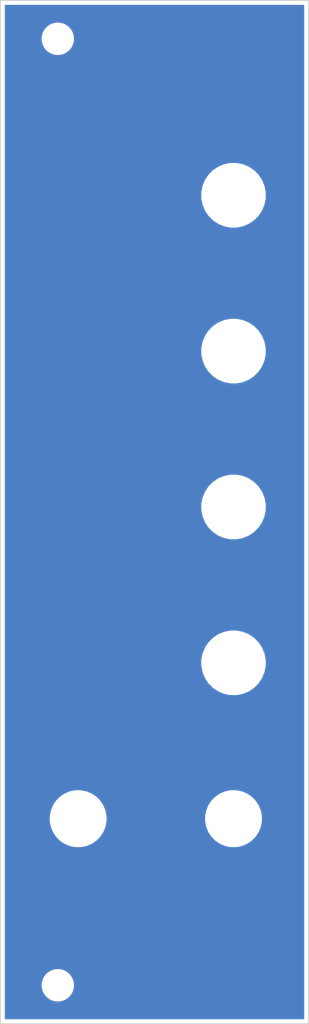
<source format=kicad_pcb>
(kicad_pcb (version 20171130) (host pcbnew 5.1.6-c6e7f7d~86~ubuntu20.04.1)

  (general
    (thickness 1.6)
    (drawings 12)
    (tracks 0)
    (zones 0)
    (modules 8)
    (nets 1)
  )

  (page A4)
  (title_block
    (title Wavefolder)
    (date 2020-02-15)
    (rev R01)
    (comment 1 "Original design by Yves Usson")
    (comment 2 "PCB for panel")
    (comment 4 "License CC BY 4.0 - Attribution 4.0 International")
  )

  (layers
    (0 F.Cu signal)
    (31 B.Cu signal)
    (32 B.Adhes user)
    (33 F.Adhes user)
    (34 B.Paste user)
    (35 F.Paste user)
    (36 B.SilkS user)
    (37 F.SilkS user)
    (38 B.Mask user)
    (39 F.Mask user)
    (40 Dwgs.User user)
    (41 Cmts.User user)
    (42 Eco1.User user)
    (43 Eco2.User user)
    (44 Edge.Cuts user)
    (45 Margin user)
    (46 B.CrtYd user)
    (47 F.CrtYd user)
    (48 B.Fab user)
    (49 F.Fab user)
  )

  (setup
    (last_trace_width 0.25)
    (trace_clearance 0.2)
    (zone_clearance 0.508)
    (zone_45_only no)
    (trace_min 0.2)
    (via_size 0.8)
    (via_drill 0.4)
    (via_min_size 0.4)
    (via_min_drill 0.3)
    (uvia_size 0.3)
    (uvia_drill 0.1)
    (uvias_allowed no)
    (uvia_min_size 0.2)
    (uvia_min_drill 0.1)
    (edge_width 0.05)
    (segment_width 0.2)
    (pcb_text_width 0.3)
    (pcb_text_size 1.5 1.5)
    (mod_edge_width 0.12)
    (mod_text_size 1 1)
    (mod_text_width 0.15)
    (pad_size 3.2 3.2)
    (pad_drill 3.2)
    (pad_to_mask_clearance 0.051)
    (solder_mask_min_width 0.25)
    (aux_axis_origin 0 0)
    (visible_elements FFFFFF7F)
    (pcbplotparams
      (layerselection 0x010fc_ffffffff)
      (usegerberextensions false)
      (usegerberattributes false)
      (usegerberadvancedattributes false)
      (creategerberjobfile false)
      (excludeedgelayer true)
      (linewidth 0.100000)
      (plotframeref false)
      (viasonmask false)
      (mode 1)
      (useauxorigin false)
      (hpglpennumber 1)
      (hpglpenspeed 20)
      (hpglpendiameter 15.000000)
      (psnegative false)
      (psa4output false)
      (plotreference true)
      (plotvalue true)
      (plotinvisibletext false)
      (padsonsilk false)
      (subtractmaskfromsilk false)
      (outputformat 1)
      (mirror false)
      (drillshape 0)
      (scaleselection 1)
      (outputdirectory "gerbers"))
  )

  (net 0 "")

  (net_class Default "This is the default net class."
    (clearance 0.2)
    (trace_width 0.25)
    (via_dia 0.8)
    (via_drill 0.4)
    (uvia_dia 0.3)
    (uvia_drill 0.1)
  )

  (module elektrophon:panel_potentiometer (layer F.Cu) (tedit 5EE650CE) (tstamp 5D74AE4D)
    (at 55.88 50.8)
    (descr "Mounting Hole 8.4mm, no annular, M8")
    (tags "mounting hole 8.4mm no annular m8")
    (path /5D743CB7)
    (attr virtual)
    (fp_text reference H10 (at 0 -9.4) (layer F.SilkS) hide
      (effects (font (size 1 1) (thickness 0.15)))
    )
    (fp_text value shape (at 0 9.144) (layer F.Mask) hide
      (effects (font (size 2 1.4) (thickness 0.25)))
    )
    (fp_text user %R (at 0.3 0) (layer F.Fab) hide
      (effects (font (size 1 1) (thickness 0.15)))
    )
    (fp_circle (center 0 0) (end 6.35 0) (layer Cmts.User) (width 0.15))
    (fp_circle (center 0 0) (end 6.6 0) (layer F.CrtYd) (width 0.05))
    (pad "" np_thru_hole circle (at 0 0) (size 7.4 7.4) (drill 7.4) (layers *.Cu *.Mask))
    (model ${KIPRJMOD}/../../../lib/kicad/models/ALPHA-RD901F-40.step
      (offset (xyz 0 0.5 -12))
      (scale (xyz 1 1 1))
      (rotate (xyz 0 0 0))
    )
  )

  (module MountingHole:MountingHole_3.2mm_M3 (layer F.Cu) (tedit 56D1B4CB) (tstamp 5D74B485)
    (at 32.9 30.4)
    (descr "Mounting Hole 3.2mm, no annular, M3")
    (tags "mounting hole 3.2mm no annular m3")
    (path /5D74E4E8)
    (attr virtual)
    (fp_text reference H17 (at 0 -4.2) (layer F.SilkS) hide
      (effects (font (size 1 1) (thickness 0.15)))
    )
    (fp_text value MountingHole (at 0 4.2) (layer F.Fab) hide
      (effects (font (size 1 1) (thickness 0.15)))
    )
    (fp_text user %R (at 0.3 0) (layer F.Fab) hide
      (effects (font (size 1 1) (thickness 0.15)))
    )
    (fp_circle (center 0 0) (end 3.2 0) (layer Cmts.User) (width 0.15))
    (fp_circle (center 0 0) (end 3.45 0) (layer F.CrtYd) (width 0.05))
    (pad 1 np_thru_hole circle (at 0 0) (size 3.2 3.2) (drill 3.2) (layers *.Cu *.Mask))
  )

  (module MountingHole:MountingHole_3.2mm_M3 (layer F.Cu) (tedit 56D1B4CB) (tstamp 5D74B47D)
    (at 32.9 153.8)
    (descr "Mounting Hole 3.2mm, no annular, M3")
    (tags "mounting hole 3.2mm no annular m3")
    (path /5D74E339)
    (attr virtual)
    (fp_text reference H16 (at 0 -4.2) (layer F.SilkS) hide
      (effects (font (size 1 1) (thickness 0.15)))
    )
    (fp_text value MountingHole (at 0 4.2) (layer F.Fab) hide
      (effects (font (size 1 1) (thickness 0.15)))
    )
    (fp_text user %R (at 0.3 0) (layer F.Fab) hide
      (effects (font (size 1 1) (thickness 0.15)))
    )
    (fp_circle (center 0 0) (end 3.2 0) (layer Cmts.User) (width 0.15))
    (fp_circle (center 0 0) (end 3.45 0) (layer F.CrtYd) (width 0.05))
    (pad 1 np_thru_hole circle (at 0 0) (size 3.2 3.2) (drill 3.2) (layers *.Cu *.Mask))
  )

  (module elektrophon:panel_jack (layer F.Cu) (tedit 5DA46DDA) (tstamp 5D74AE6D)
    (at 55.88 132.08)
    (descr "Mounting Hole 8.4mm, no annular, M8")
    (tags "mounting hole 8.4mm no annular m8")
    (path /5D745729)
    (attr virtual)
    (fp_text reference H14 (at 0 -9.4) (layer F.SilkS) hide
      (effects (font (size 1 1) (thickness 0.15)))
    )
    (fp_text value OUT (at 0 9.144) (layer F.Mask) hide
      (effects (font (size 2 1.4) (thickness 0.25)))
    )
    (fp_text user %R (at 0.3 0) (layer F.Fab) hide
      (effects (font (size 1 1) (thickness 0.15)))
    )
    (fp_circle (center 0 0) (end 4 0) (layer Cmts.User) (width 0.15))
    (fp_circle (center 0 0) (end 4.2 0) (layer F.CrtYd) (width 0.05))
    (pad "" np_thru_hole circle (at 0 0) (size 6.4 6.4) (drill 6.4) (layers *.Cu *.Mask))
    (model "${KIPRJMOD}/../../../lib/kicad/models/PJ301M-12 Thonkiconn v0.2.stp"
      (offset (xyz 0 0.8 -10.5))
      (scale (xyz 1 1 1))
      (rotate (xyz 0 0 0))
    )
  )

  (module elektrophon:panel_potentiometer (layer F.Cu) (tedit 5EE650CE) (tstamp 5D74AE65)
    (at 55.88 111.76)
    (descr "Mounting Hole 8.4mm, no annular, M8")
    (tags "mounting hole 8.4mm no annular m8")
    (path /5D744E11)
    (attr virtual)
    (fp_text reference H13 (at 0 -9.4) (layer F.SilkS) hide
      (effects (font (size 1 1) (thickness 0.15)))
    )
    (fp_text value control (at 0 9.144) (layer F.Mask) hide
      (effects (font (size 2 1.4) (thickness 0.25)))
    )
    (fp_text user %R (at 0.3 0) (layer F.Fab) hide
      (effects (font (size 1 1) (thickness 0.15)))
    )
    (fp_circle (center 0 0) (end 6.35 0) (layer Cmts.User) (width 0.15))
    (fp_circle (center 0 0) (end 6.6 0) (layer F.CrtYd) (width 0.05))
    (pad "" np_thru_hole circle (at 0 0) (size 7.4 7.4) (drill 7.4) (layers *.Cu *.Mask))
    (model ${KIPRJMOD}/../../../lib/kicad/models/ALPHA-RD901F-40.step
      (offset (xyz 0 0.5 -12))
      (scale (xyz 1 1 1))
      (rotate (xyz 0 0 0))
    )
  )

  (module elektrophon:panel_potentiometer (layer F.Cu) (tedit 5EE650CE) (tstamp 5D74AE5D)
    (at 55.88 91.44)
    (descr "Mounting Hole 8.4mm, no annular, M8")
    (tags "mounting hole 8.4mm no annular m8")
    (path /5D743CC3)
    (attr virtual)
    (fp_text reference H12 (at 0 -9.4) (layer F.SilkS) hide
      (effects (font (size 1 1) (thickness 0.15)))
    )
    (fp_text value atten (at 0 9.144) (layer F.Mask) hide
      (effects (font (size 2 1.4) (thickness 0.25)))
    )
    (fp_text user %R (at 0.3 0) (layer F.Fab) hide
      (effects (font (size 1 1) (thickness 0.15)))
    )
    (fp_circle (center 0 0) (end 6.35 0) (layer Cmts.User) (width 0.15))
    (fp_circle (center 0 0) (end 6.6 0) (layer F.CrtYd) (width 0.05))
    (pad "" np_thru_hole circle (at 0 0) (size 7.4 7.4) (drill 7.4) (layers *.Cu *.Mask))
    (model ${KIPRJMOD}/../../../lib/kicad/models/ALPHA-RD901F-40.step
      (offset (xyz 0 0.5 -12))
      (scale (xyz 1 1 1))
      (rotate (xyz 0 0 0))
    )
  )

  (module elektrophon:panel_potentiometer (layer F.Cu) (tedit 5EE650CE) (tstamp 5D74AE55)
    (at 55.88 71.12)
    (descr "Mounting Hole 8.4mm, no annular, M8")
    (tags "mounting hole 8.4mm no annular m8")
    (path /5D743CBD)
    (attr virtual)
    (fp_text reference H11 (at 0 -9.4) (layer F.SilkS) hide
      (effects (font (size 1 1) (thickness 0.15)))
    )
    (fp_text value range (at 0 9.144) (layer F.Mask) hide
      (effects (font (size 2 1.4) (thickness 0.25)))
    )
    (fp_text user %R (at 0.3 0) (layer F.Fab) hide
      (effects (font (size 1 1) (thickness 0.15)))
    )
    (fp_circle (center 0 0) (end 6.35 0) (layer Cmts.User) (width 0.15))
    (fp_circle (center 0 0) (end 6.6 0) (layer F.CrtYd) (width 0.05))
    (pad "" np_thru_hole circle (at 0 0) (size 7.4 7.4) (drill 7.4) (layers *.Cu *.Mask))
    (model ${KIPRJMOD}/../../../lib/kicad/models/ALPHA-RD901F-40.step
      (offset (xyz 0 0.5 -12))
      (scale (xyz 1 1 1))
      (rotate (xyz 0 0 0))
    )
  )

  (module elektrophon:panel_jack (layer F.Cu) (tedit 5DA46DDA) (tstamp 5D74AE25)
    (at 35.56 132.08)
    (descr "Mounting Hole 8.4mm, no annular, M8")
    (tags "mounting hole 8.4mm no annular m8")
    (path /5D74571D)
    (attr virtual)
    (fp_text reference H5 (at 0 -9.4) (layer F.SilkS) hide
      (effects (font (size 1 1) (thickness 0.15)))
    )
    (fp_text value IN (at 0 9.144) (layer F.Mask) hide
      (effects (font (size 2 1.4) (thickness 0.25)))
    )
    (fp_text user %R (at 0.3 0) (layer F.Fab) hide
      (effects (font (size 1 1) (thickness 0.15)))
    )
    (fp_circle (center 0 0) (end 4 0) (layer Cmts.User) (width 0.15))
    (fp_circle (center 0 0) (end 4.2 0) (layer F.CrtYd) (width 0.05))
    (pad "" np_thru_hole circle (at 0 0) (size 6.4 6.4) (drill 6.4) (layers *.Cu *.Mask))
    (model "${KIPRJMOD}/../../../lib/kicad/models/PJ301M-12 Thonkiconn v0.2.stp"
      (offset (xyz 0 0.8 -10.5))
      (scale (xyz 1 1 1))
      (rotate (xyz 0 0 0))
    )
  )

  (gr_line (start 55.88 91.44) (end 55.88 111.76) (layer F.Mask) (width 0.25))
  (gr_text out (at 55.88 141.224) (layer F.Mask) (tstamp 5D7E1926)
    (effects (font (size 2 1.4) (thickness 0.25)))
  )
  (gr_text in (at 35.56 141.224) (layer F.Mask) (tstamp 5D7E1924)
    (effects (font (size 2 1.4) (thickness 0.25)))
  )
  (gr_text control (at 55.88 120.904) (layer F.Mask) (tstamp 5D7E1900)
    (effects (font (size 2 1.4) (thickness 0.25)))
  )
  (gr_text range (at 55.88 80.264) (layer F.Mask) (tstamp 5D7E17E2)
    (effects (font (size 2 1.4) (thickness 0.25)))
  )
  (gr_text shape (at 55.88 59.944) (layer F.Mask) (tstamp 5D7E17BC)
    (effects (font (size 2 1.4) (thickness 0.25)))
  )
  (gr_text R01 (at 60.96 153.8) (layer F.Cu)
    (effects (font (size 2 1.4) (thickness 0.25)))
  )
  (gr_text wavefolder (at 35.56 81.28 90) (layer F.Mask)
    (effects (font (size 3 3) (thickness 0.35)))
  )
  (gr_line (start 65.7 158.8) (end 25.4 158.8) (layer Edge.Cuts) (width 0.12))
  (gr_line (start 65.7 25.4) (end 65.7 158.8) (layer Edge.Cuts) (width 0.12))
  (gr_line (start 25.4 25.4) (end 25.4 158.8) (layer Edge.Cuts) (width 0.12))
  (gr_line (start 25.4 25.4) (end 65.7 25.4) (layer Edge.Cuts) (width 0.12))

  (zone (net 0) (net_name "") (layer B.Cu) (tstamp 0) (hatch edge 0.508)
    (connect_pads (clearance 0.508))
    (min_thickness 0.254)
    (fill yes (arc_segments 32) (thermal_gap 0.508) (thermal_bridge_width 0.508))
    (polygon
      (pts
        (xy 65.659 158.75) (xy 25.4 158.75) (xy 25.527 25.4) (xy 65.659 25.4)
      )
    )
    (filled_polygon
      (pts
        (xy 65.005001 158.105) (xy 26.095 158.105) (xy 26.095 153.579872) (xy 30.665 153.579872) (xy 30.665 154.020128)
        (xy 30.75089 154.451925) (xy 30.919369 154.858669) (xy 31.163962 155.224729) (xy 31.475271 155.536038) (xy 31.841331 155.780631)
        (xy 32.248075 155.94911) (xy 32.679872 156.035) (xy 33.120128 156.035) (xy 33.551925 155.94911) (xy 33.958669 155.780631)
        (xy 34.324729 155.536038) (xy 34.636038 155.224729) (xy 34.880631 154.858669) (xy 35.04911 154.451925) (xy 35.135 154.020128)
        (xy 35.135 153.579872) (xy 35.04911 153.148075) (xy 34.880631 152.741331) (xy 34.636038 152.375271) (xy 34.324729 152.063962)
        (xy 33.958669 151.819369) (xy 33.551925 151.65089) (xy 33.120128 151.565) (xy 32.679872 151.565) (xy 32.248075 151.65089)
        (xy 31.841331 151.819369) (xy 31.475271 152.063962) (xy 31.163962 152.375271) (xy 30.919369 152.741331) (xy 30.75089 153.148075)
        (xy 30.665 153.579872) (xy 26.095 153.579872) (xy 26.095 131.702285) (xy 31.725 131.702285) (xy 31.725 132.457715)
        (xy 31.872377 133.198628) (xy 32.161467 133.896554) (xy 32.581161 134.52467) (xy 33.11533 135.058839) (xy 33.743446 135.478533)
        (xy 34.441372 135.767623) (xy 35.182285 135.915) (xy 35.937715 135.915) (xy 36.678628 135.767623) (xy 37.376554 135.478533)
        (xy 38.00467 135.058839) (xy 38.538839 134.52467) (xy 38.958533 133.896554) (xy 39.247623 133.198628) (xy 39.395 132.457715)
        (xy 39.395 131.702285) (xy 52.045 131.702285) (xy 52.045 132.457715) (xy 52.192377 133.198628) (xy 52.481467 133.896554)
        (xy 52.901161 134.52467) (xy 53.43533 135.058839) (xy 54.063446 135.478533) (xy 54.761372 135.767623) (xy 55.502285 135.915)
        (xy 56.257715 135.915) (xy 56.998628 135.767623) (xy 57.696554 135.478533) (xy 58.32467 135.058839) (xy 58.858839 134.52467)
        (xy 59.278533 133.896554) (xy 59.567623 133.198628) (xy 59.715 132.457715) (xy 59.715 131.702285) (xy 59.567623 130.961372)
        (xy 59.278533 130.263446) (xy 58.858839 129.63533) (xy 58.32467 129.101161) (xy 57.696554 128.681467) (xy 56.998628 128.392377)
        (xy 56.257715 128.245) (xy 55.502285 128.245) (xy 54.761372 128.392377) (xy 54.063446 128.681467) (xy 53.43533 129.101161)
        (xy 52.901161 129.63533) (xy 52.481467 130.263446) (xy 52.192377 130.961372) (xy 52.045 131.702285) (xy 39.395 131.702285)
        (xy 39.247623 130.961372) (xy 38.958533 130.263446) (xy 38.538839 129.63533) (xy 38.00467 129.101161) (xy 37.376554 128.681467)
        (xy 36.678628 128.392377) (xy 35.937715 128.245) (xy 35.182285 128.245) (xy 34.441372 128.392377) (xy 33.743446 128.681467)
        (xy 33.11533 129.101161) (xy 32.581161 129.63533) (xy 32.161467 130.263446) (xy 31.872377 130.961372) (xy 31.725 131.702285)
        (xy 26.095 131.702285) (xy 26.095 111.33304) (xy 51.545 111.33304) (xy 51.545 112.18696) (xy 51.711592 113.024473)
        (xy 52.038373 113.813392) (xy 52.512786 114.523401) (xy 53.116599 115.127214) (xy 53.826608 115.601627) (xy 54.615527 115.928408)
        (xy 55.45304 116.095) (xy 56.30696 116.095) (xy 57.144473 115.928408) (xy 57.933392 115.601627) (xy 58.643401 115.127214)
        (xy 59.247214 114.523401) (xy 59.721627 113.813392) (xy 60.048408 113.024473) (xy 60.215 112.18696) (xy 60.215 111.33304)
        (xy 60.048408 110.495527) (xy 59.721627 109.706608) (xy 59.247214 108.996599) (xy 58.643401 108.392786) (xy 57.933392 107.918373)
        (xy 57.144473 107.591592) (xy 56.30696 107.425) (xy 55.45304 107.425) (xy 54.615527 107.591592) (xy 53.826608 107.918373)
        (xy 53.116599 108.392786) (xy 52.512786 108.996599) (xy 52.038373 109.706608) (xy 51.711592 110.495527) (xy 51.545 111.33304)
        (xy 26.095 111.33304) (xy 26.095 91.01304) (xy 51.545 91.01304) (xy 51.545 91.86696) (xy 51.711592 92.704473)
        (xy 52.038373 93.493392) (xy 52.512786 94.203401) (xy 53.116599 94.807214) (xy 53.826608 95.281627) (xy 54.615527 95.608408)
        (xy 55.45304 95.775) (xy 56.30696 95.775) (xy 57.144473 95.608408) (xy 57.933392 95.281627) (xy 58.643401 94.807214)
        (xy 59.247214 94.203401) (xy 59.721627 93.493392) (xy 60.048408 92.704473) (xy 60.215 91.86696) (xy 60.215 91.01304)
        (xy 60.048408 90.175527) (xy 59.721627 89.386608) (xy 59.247214 88.676599) (xy 58.643401 88.072786) (xy 57.933392 87.598373)
        (xy 57.144473 87.271592) (xy 56.30696 87.105) (xy 55.45304 87.105) (xy 54.615527 87.271592) (xy 53.826608 87.598373)
        (xy 53.116599 88.072786) (xy 52.512786 88.676599) (xy 52.038373 89.386608) (xy 51.711592 90.175527) (xy 51.545 91.01304)
        (xy 26.095 91.01304) (xy 26.095 70.69304) (xy 51.545 70.69304) (xy 51.545 71.54696) (xy 51.711592 72.384473)
        (xy 52.038373 73.173392) (xy 52.512786 73.883401) (xy 53.116599 74.487214) (xy 53.826608 74.961627) (xy 54.615527 75.288408)
        (xy 55.45304 75.455) (xy 56.30696 75.455) (xy 57.144473 75.288408) (xy 57.933392 74.961627) (xy 58.643401 74.487214)
        (xy 59.247214 73.883401) (xy 59.721627 73.173392) (xy 60.048408 72.384473) (xy 60.215 71.54696) (xy 60.215 70.69304)
        (xy 60.048408 69.855527) (xy 59.721627 69.066608) (xy 59.247214 68.356599) (xy 58.643401 67.752786) (xy 57.933392 67.278373)
        (xy 57.144473 66.951592) (xy 56.30696 66.785) (xy 55.45304 66.785) (xy 54.615527 66.951592) (xy 53.826608 67.278373)
        (xy 53.116599 67.752786) (xy 52.512786 68.356599) (xy 52.038373 69.066608) (xy 51.711592 69.855527) (xy 51.545 70.69304)
        (xy 26.095 70.69304) (xy 26.095 50.37304) (xy 51.545 50.37304) (xy 51.545 51.22696) (xy 51.711592 52.064473)
        (xy 52.038373 52.853392) (xy 52.512786 53.563401) (xy 53.116599 54.167214) (xy 53.826608 54.641627) (xy 54.615527 54.968408)
        (xy 55.45304 55.135) (xy 56.30696 55.135) (xy 57.144473 54.968408) (xy 57.933392 54.641627) (xy 58.643401 54.167214)
        (xy 59.247214 53.563401) (xy 59.721627 52.853392) (xy 60.048408 52.064473) (xy 60.215 51.22696) (xy 60.215 50.37304)
        (xy 60.048408 49.535527) (xy 59.721627 48.746608) (xy 59.247214 48.036599) (xy 58.643401 47.432786) (xy 57.933392 46.958373)
        (xy 57.144473 46.631592) (xy 56.30696 46.465) (xy 55.45304 46.465) (xy 54.615527 46.631592) (xy 53.826608 46.958373)
        (xy 53.116599 47.432786) (xy 52.512786 48.036599) (xy 52.038373 48.746608) (xy 51.711592 49.535527) (xy 51.545 50.37304)
        (xy 26.095 50.37304) (xy 26.095 30.179872) (xy 30.665 30.179872) (xy 30.665 30.620128) (xy 30.75089 31.051925)
        (xy 30.919369 31.458669) (xy 31.163962 31.824729) (xy 31.475271 32.136038) (xy 31.841331 32.380631) (xy 32.248075 32.54911)
        (xy 32.679872 32.635) (xy 33.120128 32.635) (xy 33.551925 32.54911) (xy 33.958669 32.380631) (xy 34.324729 32.136038)
        (xy 34.636038 31.824729) (xy 34.880631 31.458669) (xy 35.04911 31.051925) (xy 35.135 30.620128) (xy 35.135 30.179872)
        (xy 35.04911 29.748075) (xy 34.880631 29.341331) (xy 34.636038 28.975271) (xy 34.324729 28.663962) (xy 33.958669 28.419369)
        (xy 33.551925 28.25089) (xy 33.120128 28.165) (xy 32.679872 28.165) (xy 32.248075 28.25089) (xy 31.841331 28.419369)
        (xy 31.475271 28.663962) (xy 31.163962 28.975271) (xy 30.919369 29.341331) (xy 30.75089 29.748075) (xy 30.665 30.179872)
        (xy 26.095 30.179872) (xy 26.095 26.095) (xy 65.005 26.095)
      )
    )
  )
)

</source>
